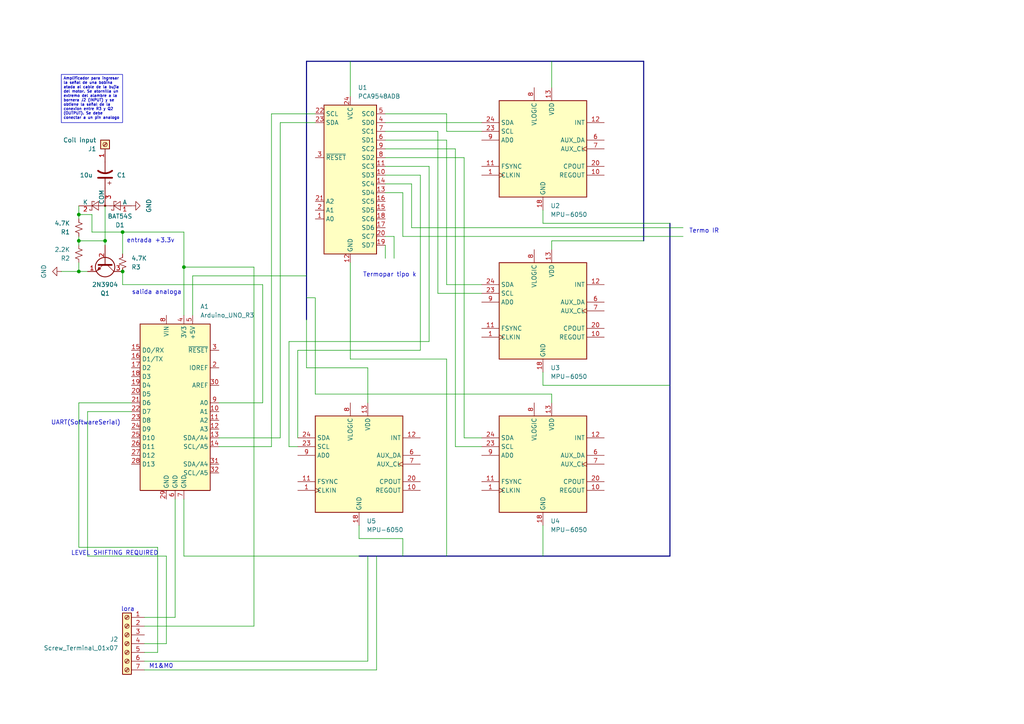
<source format=kicad_sch>
(kicad_sch (version 20231120) (generator "eeschema") (generator_version "8.0")
  (paper "A4")
  (lib_symbols
    (symbol "Connector:Screw_Terminal_01x01" (pin_names (offset 1.016) hide)
      (property "Reference" "J" (at 0 2.54 0))
      (property "Value" "Screw_Terminal_01x01" (at 0 -2.54 0))
      (symbol "Screw_Terminal_01x01_1_1"
        (rectangle (start -1.27 1.27) (end 1.27 -1.27) (stroke (width 0.254)) (fill (type background)))
        (polyline (pts (xy -0.5334 0.3302) (xy 0.3302 -0.508)) (stroke (width 0.1524)))
        (polyline (pts (xy -0.3556 0.508) (xy 0.508 -0.3302)) (stroke (width 0.1524)))
        (circle (center 0 0) (radius 0.635) (stroke (width 0.1524)))
        (pin passive line (at -5.08 0 0) (length 3.81) (name "Pin_1") (number "1"))
      )
    )
    (symbol "Connector:Screw_Terminal_01x07" (pin_names (offset 1.016) hide)
      (property "Reference" "J" (at 0 10.16 0))
      (property "Value" "Screw_Terminal_01x07" (at 0 -10.16 0))
      (symbol "Screw_Terminal_01x07_1_1"
        (rectangle (start -1.27 8.89) (end 1.27 -8.89) (stroke (width 0.254)) (fill (type background)))
        (circle (center 0 -7.62) (radius 0.635) (stroke (width 0.1524)))
        (circle (center 0 -5.08) (radius 0.635) (stroke (width 0.1524)))
        (circle (center 0 -2.54) (radius 0.635) (stroke (width 0.1524)))
        (polyline (pts (xy -0.5334 -7.2898) (xy 0.3302 -8.128)) (stroke (width 0.1524)))
        (polyline (pts (xy -0.5334 -4.7498) (xy 0.3302 -5.588)) (stroke (width 0.1524)))
        (polyline (pts (xy -0.5334 -2.2098) (xy 0.3302 -3.048)) (stroke (width 0.1524)))
        (polyline (pts (xy -0.5334 0.3302) (xy 0.3302 -0.508)) (stroke (width 0.1524)))
        (polyline (pts (xy -0.5334 2.8702) (xy 0.3302 2.032)) (stroke (width 0.1524)))
        (polyline (pts (xy -0.5334 5.4102) (xy 0.3302 4.572)) (stroke (width 0.1524)))
        (polyline (pts (xy -0.5334 7.9502) (xy 0.3302 7.112)) (stroke (width 0.1524)))
        (polyline (pts (xy -0.3556 -7.112) (xy 0.508 -7.9502)) (stroke (width 0.1524)))
        (polyline (pts (xy -0.3556 -4.572) (xy 0.508 -5.4102)) (stroke (width 0.1524)))
        (polyline (pts (xy -0.3556 -2.032) (xy 0.508 -2.8702)) (stroke (width 0.1524)))
        (polyline (pts (xy -0.3556 0.508) (xy 0.508 -0.3302)) (stroke (width 0.1524)))
        (polyline (pts (xy -0.3556 3.048) (xy 0.508 2.2098)) (stroke (width 0.1524)))
        (polyline (pts (xy -0.3556 5.588) (xy 0.508 4.7498)) (stroke (width 0.1524)))
        (polyline (pts (xy -0.3556 8.128) (xy 0.508 7.2898)) (stroke (width 0.1524)))
        (circle (center 0 0) (radius 0.635) (stroke (width 0.1524)))
        (circle (center 0 2.54) (radius 0.635) (stroke (width 0.1524)))
        (circle (center 0 5.08) (radius 0.635) (stroke (width 0.1524)))
        (circle (center 0 7.62) (radius 0.635) (stroke (width 0.1524)))
        (pin passive line (at -5.08 7.62 0) (length 3.81) (name "Pin_1") (number "1"))
        (pin passive line (at -5.08 5.08 0) (length 3.81) (name "Pin_2") (number "2"))
        (pin passive line (at -5.08 2.54 0) (length 3.81) (name "Pin_3") (number "3"))
        (pin passive line (at -5.08 0 0) (length 3.81) (name "Pin_4") (number "4"))
        (pin passive line (at -5.08 -2.54 0) (length 3.81) (name "Pin_5") (number "5"))
        (pin passive line (at -5.08 -5.08 0) (length 3.81) (name "Pin_6") (number "6"))
        (pin passive line (at -5.08 -7.62 0) (length 3.81) (name "Pin_7") (number "7"))
      )
    )
    (symbol "Device:C_Polarized_US" (pin_numbers hide) (pin_names (offset 0.254) hide)
      (property "Reference" "C" (at 0.635 2.54 0))
      (property "Value" "C_Polarized_US" (at 0.635 -2.54 0))
      (symbol "C_Polarized_US_0_1"
        (polyline (pts (xy -2.032 0.762) (xy 2.032 0.762)) (stroke (width 0.508)))
        (polyline (pts (xy -1.778 2.286) (xy -0.762 2.286)))
        (polyline (pts (xy -1.27 1.778) (xy -1.27 2.794)))
        (arc (start 2.032 -1.27) (mid 0 -0.5572) (end -2.032 -1.27) (stroke (width 0.508)))
      )
      (symbol "C_Polarized_US_1_1"
        (pin passive line (at 0 3.81 270) (length 2.794) (name "~") (number "1"))
        (pin passive line (at 0 -3.81 90) (length 3.302) (name "~") (number "2"))
      )
    )
    (symbol "Device:R_Small_US" (pin_numbers hide) (pin_names (offset 0.254) hide)
      (property "Reference" "R" (at 0.762 0.508 0))
      (property "Value" "R_Small_US" (at 0.762 -1.016 0))
      (symbol "R_Small_US_1_1"
        (polyline (pts (xy 0 0) (xy 1.016 -0.381) (xy 0 -0.762) (xy -1.016 -1.143) (xy 0 -1.524)))
        (polyline (pts (xy 0 1.524) (xy 1.016 1.143) (xy 0 0.762) (xy -1.016 0.381) (xy 0 0)))
        (pin passive line (at 0 2.54 270) (length 1.016) (name "~") (number "1"))
        (pin passive line (at 0 -2.54 90) (length 1.016) (name "~") (number "2"))
      )
    )
    (symbol "Diode:BAT54S" (pin_names (offset 0))
      (property "Reference" "D" (at 2.54 -5.08 0))
      (property "Value" "BAT54S" (at -6.35 3.175 0))
      (symbol "BAT54S_0_1"
        (polyline (pts (xy -3.81 0) (xy -1.27 0)))
        (polyline (pts (xy -3.175 -1.27) (xy -3.175 -1.016)))
        (polyline (pts (xy -2.54 -1.27) (xy -3.175 -1.27)))
        (polyline (pts (xy -2.54 -1.27) (xy -2.54 1.27)))
        (polyline (pts (xy -2.54 1.27) (xy -1.905 1.27)))
        (polyline (pts (xy -1.905 0) (xy 1.905 0)))
        (polyline (pts (xy -1.905 1.27) (xy -1.905 1.016)))
        (polyline (pts (xy 1.27 0) (xy 3.81 0)))
        (polyline (pts (xy 3.175 -1.27) (xy 3.175 -1.016)))
        (polyline (pts (xy 3.81 -1.27) (xy 3.175 -1.27)))
        (polyline (pts (xy 3.81 -1.27) (xy 3.81 1.27)))
        (polyline (pts (xy 3.81 1.27) (xy 4.445 1.27)))
        (polyline (pts (xy 4.445 1.27) (xy 4.445 1.016)))
        (polyline (pts (xy -4.445 1.27) (xy -4.445 -1.27) (xy -2.54 0) (xy -4.445 1.27)))
        (polyline (pts (xy 1.905 1.27) (xy 1.905 -1.27) (xy 3.81 0) (xy 1.905 1.27)))
        (circle (center 0 0) (radius 0.254) (fill (type outline)))
      )
      (symbol "BAT54S_1_1"
        (pin passive line (at -7.62 0 0) (length 3.81) (name "A") (number "1"))
        (pin passive line (at 7.62 0 180) (length 3.81) (name "K") (number "2"))
        (pin passive line (at 0 -5.08 90) (length 5.08) (name "COM") (number "3"))
      )
    )
    (symbol "Interface_Expansion:PCA9548ADB"
      (property "Reference" "U" (at -7.62 21.59 0))
      (property "Value" "PCA9548ADB" (at 1.016 21.59 0))
      (symbol "PCA9548ADB_0_1"
        (rectangle (start -7.62 20.32) (end 7.62 -22.86) (stroke (width 0.254)) (fill (type background)))
      )
      (symbol "PCA9548ADB_1_1"
        (pin input line (at -10.16 -12.7 0) (length 2.54) (name "A0") (number "1"))
        (pin bidirectional line (at 10.16 0 180) (length 2.54) (name "SD3") (number "10"))
        (pin output line (at 10.16 2.54 180) (length 2.54) (name "SC3") (number "11"))
        (pin power_in line (at 0 -25.4 90) (length 2.54) (name "GND") (number "12"))
        (pin bidirectional line (at 10.16 -5.08 180) (length 2.54) (name "SD4") (number "13"))
        (pin output line (at 10.16 -2.54 180) (length 2.54) (name "SC4") (number "14"))
        (pin bidirectional line (at 10.16 -10.16 180) (length 2.54) (name "SD5") (number "15"))
        (pin output line (at 10.16 -7.62 180) (length 2.54) (name "SC5") (number "16"))
        (pin bidirectional line (at 10.16 -15.24 180) (length 2.54) (name "SD6") (number "17"))
        (pin output line (at 10.16 -12.7 180) (length 2.54) (name "SC6") (number "18"))
        (pin bidirectional line (at 10.16 -20.32 180) (length 2.54) (name "SD7") (number "19"))
        (pin input line (at -10.16 -10.16 0) (length 2.54) (name "A1") (number "2"))
        (pin output line (at 10.16 -17.78 180) (length 2.54) (name "SC7") (number "20"))
        (pin input line (at -10.16 -7.62 0) (length 2.54) (name "A2") (number "21"))
        (pin input line (at -10.16 17.78 0) (length 2.54) (name "SCL") (number "22"))
        (pin bidirectional line (at -10.16 15.24 0) (length 2.54) (name "SDA") (number "23"))
        (pin power_in line (at 0 22.86 270) (length 2.54) (name "VCC") (number "24"))
        (pin input line (at -10.16 5.08 0) (length 2.54) (name "~{RESET}") (number "3"))
        (pin bidirectional line (at 10.16 15.24 180) (length 2.54) (name "SD0") (number "4"))
        (pin output line (at 10.16 17.78 180) (length 2.54) (name "SC0") (number "5"))
        (pin bidirectional line (at 10.16 10.16 180) (length 2.54) (name "SD1") (number "6"))
        (pin output line (at 10.16 12.7 180) (length 2.54) (name "SC1") (number "7"))
        (pin bidirectional line (at 10.16 5.08 180) (length 2.54) (name "SD2") (number "8"))
        (pin output line (at 10.16 7.62 180) (length 2.54) (name "SC2") (number "9"))
      )
    )
    (symbol "MCU_Module:Arduino_UNO_R3"
      (property "Reference" "A" (at -10.16 23.495 0))
      (property "Value" "Arduino_UNO_R3" (at 5.08 -26.67 0))
      (symbol "Arduino_UNO_R3_0_1"
        (rectangle (start -10.16 22.86) (end 10.16 -25.4) (stroke (width 0.254)) (fill (type background)))
      )
      (symbol "Arduino_UNO_R3_1_1"
        (pin no_connect line (at -10.16 -20.32 0) (length 2.54) hide (name "NC") (number "1"))
        (pin bidirectional line (at 12.7 -2.54 180) (length 2.54) (name "A1") (number "10"))
        (pin bidirectional line (at 12.7 -5.08 180) (length 2.54) (name "A2") (number "11"))
        (pin bidirectional line (at 12.7 -7.62 180) (length 2.54) (name "A3") (number "12"))
        (pin bidirectional line (at 12.7 -10.16 180) (length 2.54) (name "SDA/A4") (number "13"))
        (pin bidirectional line (at 12.7 -12.7 180) (length 2.54) (name "SCL/A5") (number "14"))
        (pin bidirectional line (at -12.7 15.24 0) (length 2.54) (name "D0/RX") (number "15"))
        (pin bidirectional line (at -12.7 12.7 0) (length 2.54) (name "D1/TX") (number "16"))
        (pin bidirectional line (at -12.7 10.16 0) (length 2.54) (name "D2") (number "17"))
        (pin bidirectional line (at -12.7 7.62 0) (length 2.54) (name "D3") (number "18"))
        (pin bidirectional line (at -12.7 5.08 0) (length 2.54) (name "D4") (number "19"))
        (pin output line (at 12.7 10.16 180) (length 2.54) (name "IOREF") (number "2"))
        (pin bidirectional line (at -12.7 2.54 0) (length 2.54) (name "D5") (number "20"))
        (pin bidirectional line (at -12.7 0 0) (length 2.54) (name "D6") (number "21"))
        (pin bidirectional line (at -12.7 -2.54 0) (length 2.54) (name "D7") (number "22"))
        (pin bidirectional line (at -12.7 -5.08 0) (length 2.54) (name "D8") (number "23"))
        (pin bidirectional line (at -12.7 -7.62 0) (length 2.54) (name "D9") (number "24"))
        (pin bidirectional line (at -12.7 -10.16 0) (length 2.54) (name "D10") (number "25"))
        (pin bidirectional line (at -12.7 -12.7 0) (length 2.54) (name "D11") (number "26"))
        (pin bidirectional line (at -12.7 -15.24 0) (length 2.54) (name "D12") (number "27"))
        (pin bidirectional line (at -12.7 -17.78 0) (length 2.54) (name "D13") (number "28"))
        (pin power_in line (at -2.54 -27.94 90) (length 2.54) (name "GND") (number "29"))
        (pin input line (at 12.7 15.24 180) (length 2.54) (name "~{RESET}") (number "3"))
        (pin input line (at 12.7 5.08 180) (length 2.54) (name "AREF") (number "30"))
        (pin bidirectional line (at 12.7 -17.78 180) (length 2.54) (name "SDA/A4") (number "31"))
        (pin bidirectional line (at 12.7 -20.32 180) (length 2.54) (name "SCL/A5") (number "32"))
        (pin power_out line (at 2.54 25.4 270) (length 2.54) (name "3V3") (number "4"))
        (pin power_out line (at 5.08 25.4 270) (length 2.54) (name "+5V") (number "5"))
        (pin power_in line (at 0 -27.94 90) (length 2.54) (name "GND") (number "6"))
        (pin power_in line (at 2.54 -27.94 90) (length 2.54) (name "GND") (number "7"))
        (pin power_in line (at -2.54 25.4 270) (length 2.54) (name "VIN") (number "8"))
        (pin bidirectional line (at 12.7 0 180) (length 2.54) (name "A0") (number "9"))
      )
    )
    (symbol "Sensor_Motion:MPU-6050"
      (property "Reference" "U" (at -11.43 13.97 0))
      (property "Value" "MPU-6050" (at 7.62 -15.24 0))
      (symbol "MPU-6050_0_0"
        (text "" (at 12.7 -2.54 0) (effects (font (size 1.27 1.27))))
      )
      (symbol "MPU-6050_0_1"
        (rectangle (start -12.7 13.97) (end 12.7 -13.97) (stroke (width 0.254)) (fill (type background)))
      )
      (symbol "MPU-6050_1_1"
        (pin input clock (at -17.78 -7.62 0) (length 5.08) (name "CLKIN") (number "1"))
        (pin passive line (at 17.78 -7.62 180) (length 5.08) (name "REGOUT") (number "10"))
        (pin input line (at -17.78 -5.08 0) (length 5.08) (name "FSYNC") (number "11"))
        (pin output line (at 17.78 7.62 180) (length 5.08) (name "INT") (number "12"))
        (pin power_in line (at 2.54 17.78 270) (length 3.81) (name "VDD") (number "13"))
        (pin no_connect line (at -12.7 -10.16 0) (length 2.54) hide (name "NC") (number "14"))
        (pin no_connect line (at 12.7 12.7 180) (length 2.54) hide (name "NC") (number "15"))
        (pin no_connect line (at 12.7 10.16 180) (length 2.54) hide (name "NC") (number "16"))
        (pin no_connect line (at 12.7 5.08 180) (length 2.54) hide (name "NC") (number "17"))
        (pin power_in line (at 0 -17.78 90) (length 3.81) (name "GND") (number "18"))
        (pin no_connect line (at 12.7 -10.16 180) (length 2.54) hide (name "RESV") (number "19"))
        (pin no_connect line (at -12.7 12.7 0) (length 2.54) hide (name "NC") (number "2"))
        (pin passive line (at 17.78 -5.08 180) (length 5.08) (name "CPOUT") (number "20"))
        (pin no_connect line (at 12.7 -2.54 180) (length 2.54) hide (name "RESV") (number "21"))
        (pin no_connect line (at 12.7 -12.7 180) (length 2.54) hide (name "RESV") (number "22"))
        (pin input line (at -17.78 5.08 0) (length 5.08) (name "SCL") (number "23"))
        (pin bidirectional line (at -17.78 7.62 0) (length 5.08) (name "SDA") (number "24"))
        (pin no_connect line (at -12.7 10.16 0) (length 2.54) hide (name "NC") (number "3"))
        (pin no_connect line (at -12.7 0 0) (length 2.54) hide (name "NC") (number "4"))
        (pin no_connect line (at -12.7 -2.54 0) (length 2.54) hide (name "NC") (number "5"))
        (pin bidirectional line (at 17.78 2.54 180) (length 5.08) (name "AUX_DA") (number "6"))
        (pin output clock (at 17.78 0 180) (length 5.08) (name "AUX_CL") (number "7"))
        (pin power_in line (at -2.54 17.78 270) (length 3.81) (name "VLOGIC") (number "8"))
        (pin input line (at -17.78 2.54 0) (length 5.08) (name "AD0") (number "9"))
      )
    )
    (symbol "Transistor_BJT:2N3904" (pin_names (offset 0) hide)
      (property "Reference" "Q" (at 5.08 1.905 0))
      (property "Value" "2N3904" (at 5.08 0 0))
      (symbol "2N3904_0_1"
        (polyline (pts (xy 0.635 0.635) (xy 2.54 2.54)))
        (polyline (pts (xy 0.635 -0.635) (xy 2.54 -2.54) (xy 2.54 -2.54)))
        (polyline (pts (xy 0.635 1.905) (xy 0.635 -1.905) (xy 0.635 -1.905)) (stroke (width 0.508)))
        (polyline (pts (xy 1.27 -1.778) (xy 1.778 -1.27) (xy 2.286 -2.286) (xy 1.27 -1.778) (xy 1.27 -1.778)) (fill (type outline)))
        (circle (center 1.27 0) (radius 2.8194) (stroke (width 0.254)))
      )
      (symbol "2N3904_1_1"
        (pin passive line (at 2.54 -5.08 90) (length 2.54) (name "E") (number "1"))
        (pin passive line (at -5.08 0 0) (length 5.715) (name "B") (number "2"))
        (pin passive line (at 2.54 5.08 270) (length 2.54) (name "C") (number "3"))
      )
    )
    (symbol "power:GND" (power) (pin_numbers hide) (pin_names (offset 0) hide)
      (property "Value" "GND" (at 0 -3.81 0))
      (symbol "GND_0_1"
        (polyline (pts (xy 0 0) (xy 0 -1.27) (xy 1.27 -1.27) (xy 0 -2.54) (xy -1.27 -1.27) (xy 0 -1.27)))
      )
      (symbol "GND_1_1"
        (pin power_in line (at 0 0 270) (length 0) (name "~") (number "1"))
      )
    )
  )
  (junction (at 53.34 77.47))
  (junction (at 22.86 62.23))
  (junction (at 22.86 78.74))
  (junction (at 35.56 67.31))
  (junction (at 30.48 69.85))
  (junction (at 22.86 69.85))
  (junction (at 35.56 78.74))
  (wire (pts (xy 111.76 38.1) (xy 127 38.1)))
  (wire (pts (xy 111.76 45.72) (xy 134.62 45.72)))
  (wire (pts (xy 48.26 161.29) (xy 25.4 161.29)))
  (wire (pts (xy 111.76 35.56) (xy 139.7 35.56)))
  (wire (pts (xy 22.86 158.75) (xy 22.86 116.84)))
  (wire (pts (xy 25.4 119.38) (xy 38.1 119.38)))
  (wire (pts (xy 53.34 77.47) (xy 53.34 91.44)))
  (wire (pts (xy 63.5 129.54) (xy 78.74 129.54)))
  (wire (pts (xy 111.76 48.26) (xy 124.46 48.26)))
  (wire (pts (xy 106.68 106.68) (xy 88.9 106.68)))
  (wire (pts (xy 22.86 63.5) (xy 22.86 62.23)))
  (wire (pts (xy 41.91 179.07) (xy 50.8 179.07)))
  (wire (pts (xy 106.68 161.29) (xy 106.68 191.77)))
  (wire (pts (xy 119.38 66.04) (xy 198.12 66.04)))
  (wire (pts (xy 45.72 158.75) (xy 22.86 158.75)))
  (wire (pts (xy 157.48 64.77) (xy 194.31 64.77)))
  (wire (pts (xy 25.4 119.38) (xy 25.4 161.29)))
  (wire (pts (xy 111.76 40.64) (xy 129.54 40.64)))
  (wire (pts (xy 53.34 67.31) (xy 53.34 77.47)))
  (wire (pts (xy 111.76 50.8) (xy 121.92 50.8)))
  (wire (pts (xy 111.76 43.18) (xy 132.08 43.18)))
  (wire (pts (xy 41.91 186.69) (xy 48.26 186.69)))
  (bus (pts (xy 88.9 17.78) (xy 186.69 17.78)))
  (wire (pts (xy 109.22 161.29) (xy 109.22 194.31)))
  (wire (pts (xy 127 38.1) (xy 127 85.09)))
  (wire (pts (xy 114.3 68.58) (xy 114.3 74.93)))
  (wire (pts (xy 121.92 101.6) (xy 86.36 101.6)))
  (wire (pts (xy 160.02 114.3) (xy 91.44 114.3)))
  (wire (pts (xy 78.74 129.54) (xy 78.74 33.02)))
  (wire (pts (xy 129.54 38.1) (xy 139.7 38.1)))
  (wire (pts (xy 45.72 189.23) (xy 45.72 158.75)))
  (wire (pts (xy 76.2 116.84) (xy 63.5 116.84)))
  (bus (pts (xy 104.14 161.29) (xy 194.31 161.29)))
  (wire (pts (xy 22.86 68.58) (xy 22.86 69.85)))
  (wire (pts (xy 111.76 55.88) (xy 116.84 55.88)))
  (wire (pts (xy 91.44 114.3) (xy 91.44 86.36)))
  (wire (pts (xy 88.9 86.36) (xy 91.44 86.36)))
  (wire (pts (xy 50.8 179.07) (xy 50.8 144.78)))
  (wire (pts (xy 111.76 68.58) (xy 114.3 68.58)))
  (bus (pts (xy 88.9 92.71) (xy 88.9 17.78)))
  (wire (pts (xy 86.36 101.6) (xy 86.36 127)))
  (wire (pts (xy 132.08 129.54) (xy 139.7 129.54)))
  (wire (pts (xy 35.56 67.31) (xy 35.56 73.66)))
  (wire (pts (xy 104.14 152.4) (xy 104.14 156.21)))
  (wire (pts (xy 116.84 68.58) (xy 198.12 68.58)))
  (wire (pts (xy 134.62 45.72) (xy 134.62 127)))
  (wire (pts (xy 157.48 64.77) (xy 157.48 60.96)))
  (wire (pts (xy 22.86 62.23) (xy 26.67 62.23)))
  (wire (pts (xy 121.92 50.8) (xy 121.92 101.6)))
  (wire (pts (xy 101.6 17.78) (xy 101.6 27.94)))
  (wire (pts (xy 22.86 71.12) (xy 22.86 69.85)))
  (wire (pts (xy 53.34 77.47) (xy 73.66 77.47)))
  (wire (pts (xy 111.76 33.02) (xy 129.54 33.02)))
  (wire (pts (xy 106.68 116.84) (xy 106.68 106.68)))
  (wire (pts (xy 35.56 67.31) (xy 53.34 67.31)))
  (wire (pts (xy 81.28 127) (xy 81.28 35.56)))
  (wire (pts (xy 129.54 82.55) (xy 139.7 82.55)))
  (wire (pts (xy 124.46 99.06) (xy 83.82 99.06)))
  (wire (pts (xy 101.6 104.14) (xy 129.54 104.14)))
  (wire (pts (xy 41.91 194.31) (xy 109.22 194.31)))
  (wire (pts (xy 157.48 107.95) (xy 157.48 111.76)))
  (wire (pts (xy 129.54 104.14) (xy 129.54 161.29)))
  (wire (pts (xy 22.86 69.85) (xy 30.48 69.85)))
  (wire (pts (xy 160.02 17.78) (xy 160.02 25.4)))
  (bus (pts (xy 186.69 17.78) (xy 186.69 69.85)))
  (wire (pts (xy 134.62 127) (xy 139.7 127)))
  (wire (pts (xy 22.86 78.74) (xy 22.86 76.2)))
  (wire (pts (xy 160.02 69.85) (xy 160.02 72.39)))
  (wire (pts (xy 35.56 82.55) (xy 35.56 78.74)))
  (wire (pts (xy 53.34 144.78) (xy 53.34 161.29)))
  (wire (pts (xy 104.14 156.21) (xy 116.84 156.21)))
  (wire (pts (xy 81.28 35.56) (xy 91.44 35.56)))
  (wire (pts (xy 22.86 78.74) (xy 25.4 78.74)))
  (wire (pts (xy 17.78 78.74) (xy 22.86 78.74)))
  (wire (pts (xy 76.2 82.55) (xy 76.2 116.84)))
  (wire (pts (xy 63.5 127) (xy 81.28 127)))
  (wire (pts (xy 30.48 59.69) (xy 30.48 69.85)))
  (wire (pts (xy 55.88 80.01) (xy 88.9 80.01)))
  (wire (pts (xy 73.66 77.47) (xy 73.66 181.61)))
  (wire (pts (xy 101.6 76.2) (xy 101.6 104.14)))
  (wire (pts (xy 124.46 48.26) (xy 124.46 99.06)))
  (wire (pts (xy 35.56 82.55) (xy 76.2 82.55)))
  (wire (pts (xy 30.48 71.12) (xy 30.48 69.85)))
  (wire (pts (xy 55.88 91.44) (xy 55.88 80.01)))
  (wire (pts (xy 111.76 53.34) (xy 119.38 53.34)))
  (wire (pts (xy 83.82 99.06) (xy 83.82 129.54)))
  (wire (pts (xy 127 85.09) (xy 139.7 85.09)))
  (wire (pts (xy 116.84 55.88) (xy 116.84 68.58)))
  (wire (pts (xy 48.26 186.69) (xy 48.26 161.29)))
  (wire (pts (xy 22.86 62.23) (xy 22.86 59.69)))
  (wire (pts (xy 26.67 67.31) (xy 35.56 67.31)))
  (bus (pts (xy 194.31 64.77) (xy 194.31 161.29)))
  (wire (pts (xy 157.48 111.76) (xy 194.31 111.76)))
  (wire (pts (xy 78.74 33.02) (xy 91.44 33.02)))
  (wire (pts (xy 132.08 43.18) (xy 132.08 129.54)))
  (wire (pts (xy 157.48 152.4) (xy 157.48 161.29)))
  (wire (pts (xy 160.02 116.84) (xy 160.02 114.3)))
  (wire (pts (xy 119.38 53.34) (xy 119.38 66.04)))
  (wire (pts (xy 41.91 189.23) (xy 45.72 189.23)))
  (wire (pts (xy 116.84 156.21) (xy 116.84 161.29)))
  (wire (pts (xy 41.91 191.77) (xy 106.68 191.77)))
  (wire (pts (xy 88.9 92.71) (xy 88.9 106.68)))
  (wire (pts (xy 160.02 69.85) (xy 186.69 69.85)))
  (wire (pts (xy 22.86 116.84) (xy 38.1 116.84)))
  (wire (pts (xy 129.54 33.02) (xy 129.54 38.1)))
  (wire (pts (xy 129.54 40.64) (xy 129.54 82.55)))
  (wire (pts (xy 83.82 129.54) (xy 86.36 129.54)))
  (wire (pts (xy 111.76 71.12) (xy 111.76 74.93)))
  (wire (pts (xy 41.91 181.61) (xy 73.66 181.61)))
  (wire (pts (xy 53.34 161.29) (xy 104.14 161.29)))
  (wire (pts (xy 26.67 62.23) (xy 26.67 67.31)))
  (text_box "Amplificador para ingresar la señal de una bobina atada al cable de la bujia del motor. Se atornilla un extremo del alambre a la bornera J2 (INPUT) y se obtiene la señal de la conexion entre R3 y Q2 (OUTPUT). Se debe conectar a un pin analogo" (at 17.78 21.59 0) (size 17.78 13.97) (effects (font (size 0.7874 0.7874)) (justify left top)))
  (text "lora" (at 37.084 176.784 0) (effects (font (size 1.27 1.27))))
  (text "M1&M0" (at 46.736 193.294 0) (effects (font (size 1.27 1.27))))
  (text "Termopar tipo k\n" (at 113.03 79.756 0) (effects (font (size 1.27 1.27))))
  (text "Termo IR" (at 204.216 67.056 0) (effects (font (size 1.27 1.27))))
  (text "LEVEL SHIFTING REQUIRED" (at 33.274 160.528 0) (effects (font (size 1.27 1.27))))
  (text "UART(SoftwareSerial)" (at 24.892 122.682 0) (effects (font (size 1.27 1.27))))
  (text "salida analoga\n" (at 45.466 84.836 0) (effects (font (size 1.27 1.27))))
  (text "entrada +3.3v" (at 43.688 69.85 0) (effects (font (size 1.27 1.27))))
  (symbol (lib_id "Transistor_BJT:2N3904") (at 30.48 76.2 270) (unit 1)
    (property "Reference" "Q1" (at 30.48 85.09 90))
    (property "Value" "2N3904" (at 30.48 82.55 90))
    (property "Footprint" "Package_TO_SOT_THT:TO-92_Inline" (effects (hide yes)))
    (property "Datasheet" "https://www.onsemi.com/pub/Collateral/2N3903-D.PDF" (effects (hide yes)))
    (property "Description" "0.2A Ic, 40V Vce, Small Signal NPN Transistor, TO-92" (effects (hide yes)))
  )
  (symbol (lib_id "MCU_Module:Arduino_UNO_R3") (at 50.8 116.84 0) (unit 1)
    (property "Reference" "A1" (at 58.0741 88.9 0) (effects (justify left)))
    (property "Value" "Arduino_UNO_R3" (at 58.0741 91.44 0) (effects (justify left)))
    (property "Footprint" "Module:Arduino_UNO_R3" (effects (hide yes)))
    (property "Datasheet" "https://www.arduino.cc/en/Main/arduinoBoardUno" (effects (hide yes)))
    (property "Description" "Arduino UNO Microcontroller Module, release 3" (effects (hide yes)))
  )
  (symbol (lib_id "Diode:BAT54S") (at 30.48 59.69 180) (unit 1)
    (property "Reference" "D1" (at 34.798 65.278 0))
    (property "Value" "BAT54S" (at 34.798 62.738 0))
    (property "Footprint" "Package_TO_SOT_SMD:SOT-23" (effects (hide yes)))
    (property "Datasheet" "https://www.diodes.com/assets/Datasheets/ds11005.pdf" (effects (hide yes)))
    (property "Description" "Vr 30V, If 200mA, Dual schottky barrier diode, in series, SOT-323" (effects (hide yes)))
  )
  (symbol (lib_id "Sensor_Motion:MPU-6050") (at 157.48 43.18 0) (unit 1)
    (property "Reference" "U2" (at 159.6741 59.69 0) (effects (justify left)))
    (property "Value" "MPU-6050" (at 159.6741 62.23 0) (effects (justify left)))
    (property "Footprint" "Sensor_Motion:InvenSense_QFN-24_4x4mm_P0.5mm" (effects (hide yes)))
    (property "Datasheet" "https://invensense.tdk.com/wp-content/uploads/2015/02/MPU-6000-Datasheet1.pdf" (effects (hide yes)))
    (property "Description" "InvenSense 6-Axis Motion Sensor, Gyroscope, Accelerometer, I2C" (effects (hide yes)))
  )
  (symbol (lib_id "Sensor_Motion:MPU-6050") (at 157.48 134.62 0) (unit 1)
    (property "Reference" "U4" (at 159.6741 151.13 0) (effects (justify left)))
    (property "Value" "MPU-6050" (at 159.6741 153.67 0) (effects (justify left)))
    (property "Footprint" "Sensor_Motion:InvenSense_QFN-24_4x4mm_P0.5mm" (effects (hide yes)))
    (property "Datasheet" "https://invensense.tdk.com/wp-content/uploads/2015/02/MPU-6000-Datasheet1.pdf" (effects (hide yes)))
    (property "Description" "InvenSense 6-Axis Motion Sensor, Gyroscope, Accelerometer, I2C" (effects (hide yes)))
  )
  (symbol (lib_id "Connector:Screw_Terminal_01x01") (at 30.48 41.91 90) (unit 1)
    (property "Reference" "J1" (at 27.94 43.1801 90) (effects (justify left)))
    (property "Value" "Coil input" (at 27.94 40.6401 90) (effects (justify left)))
    (property "Description" "Generic screw terminal, single row, 01x01, script generated (kicad-library-utils/schlib/autogen/connector/)" (effects (hide yes)))
  )
  (symbol (lib_id "Sensor_Motion:MPU-6050") (at 157.48 90.17 0) (unit 1)
    (property "Reference" "U3" (at 159.6741 106.68 0) (effects (justify left)))
    (property "Value" "MPU-6050" (at 159.6741 109.22 0) (effects (justify left)))
    (property "Footprint" "Sensor_Motion:InvenSense_QFN-24_4x4mm_P0.5mm" (effects (hide yes)))
    (property "Datasheet" "https://invensense.tdk.com/wp-content/uploads/2015/02/MPU-6000-Datasheet1.pdf" (effects (hide yes)))
    (property "Description" "InvenSense 6-Axis Motion Sensor, Gyroscope, Accelerometer, I2C" (effects (hide yes)))
  )
  (symbol (lib_id "Device:R_Small_US") (at 22.86 73.66 180) (unit 1)
    (property "Reference" "R2" (at 20.32 74.9301 0) (effects (justify left)))
    (property "Value" "2.2K" (at 20.32 72.3901 0) (effects (justify left)))
    (property "Description" "Resistor, small US symbol" (effects (hide yes)))
  )
  (symbol (lib_id "Interface_Expansion:PCA9548ADB") (at 101.6 50.8 0) (unit 1)
    (property "Reference" "U1" (at 103.7941 25.4 0) (effects (justify left)))
    (property "Value" "PCA9548ADB" (at 103.7941 27.94 0) (effects (justify left)))
    (property "Footprint" "Package_SO:SSOP-24_5.3x8.2mm_P0.65mm" (effects (hide yes)))
    (property "Datasheet" "http://www.ti.com/lit/ds/symlink/pca9548a.pdf" (effects (hide yes)))
    (property "Description" "Low voltage 8-channel I2C switch with reset, SSOP-24" (effects (hide yes)))
  )
  (symbol (lib_id "power:GND") (at 17.78 78.74 270) (unit 1)
    (property "Reference" "#PWR01" (effects (hide yes)))
    (property "Value" "GND" (at 12.7 78.74 0))
    (property "Description" "Power symbol creates a global label with name \"GND\" , ground" (effects (hide yes)))
  )
  (symbol (lib_id "Sensor_Motion:MPU-6050") (at 104.14 134.62 0) (unit 1)
    (property "Reference" "U5" (at 106.3341 151.13 0) (effects (justify left)))
    (property "Value" "MPU-6050" (at 106.3341 153.67 0) (effects (justify left)))
    (property "Footprint" "Sensor_Motion:InvenSense_QFN-24_4x4mm_P0.5mm" (effects (hide yes)))
    (property "Datasheet" "https://invensense.tdk.com/wp-content/uploads/2015/02/MPU-6000-Datasheet1.pdf" (effects (hide yes)))
    (property "Description" "InvenSense 6-Axis Motion Sensor, Gyroscope, Accelerometer, I2C" (effects (hide yes)))
  )
  (symbol (lib_id "Connector:Screw_Terminal_01x07") (at 36.83 186.69 0) (mirror y) (unit 1)
    (property "Reference" "J2" (at 34.29 185.4199 0) (effects (justify left)))
    (property "Value" "Screw_Terminal_01x07" (at 34.29 187.9599 0) (effects (justify left)))
    (property "Description" "Generic screw terminal, single row, 01x07, script generated (kicad-library-utils/schlib/autogen/connector/)" (effects (hide yes)))
  )
  (symbol (lib_id "power:GND") (at 38.1 59.69 90) (unit 1)
    (property "Reference" "#PWR02" (effects (hide yes)))
    (property "Value" "GND" (at 43.18 59.69 0))
    (property "Description" "Power symbol creates a global label with name \"GND\" , ground" (effects (hide yes)))
  )
  (symbol (lib_id "Device:R_Small_US") (at 35.56 76.2 0) (mirror x) (unit 1)
    (property "Reference" "R3" (at 38.1 77.4701 0) (effects (justify left)))
    (property "Value" "4.7K" (at 38.1 74.9301 0) (effects (justify left)))
    (property "Description" "Resistor, small US symbol" (effects (hide yes)))
  )
  (symbol (lib_id "Device:C_Polarized_US") (at 30.48 50.8 180) (unit 1)
    (property "Reference" "C1" (at 36.576 50.8 0) (effects (justify left)))
    (property "Value" "10u" (at 26.924 50.8 0) (effects (justify left)))
    (property "Description" "Polarized capacitor, US symbol" (effects (hide yes)))
  )
  (symbol (lib_id "Device:R_Small_US") (at 22.86 66.04 180) (unit 1)
    (property "Reference" "R1" (at 20.32 67.3101 0) (effects (justify left)))
    (property "Value" "4.7K" (at 20.32 64.7701 0) (effects (justify left)))
    (property "Description" "Resistor, small US symbol" (effects (hide yes)))
  )
)
</source>
